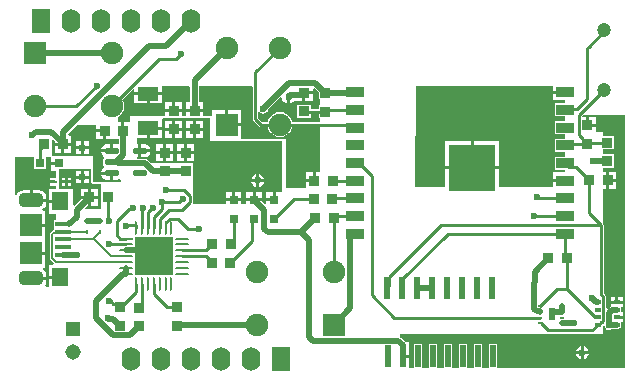
<source format=gtl>
G04*
G04 #@! TF.GenerationSoftware,Altium Limited,Altium Designer,20.2.4 (192)*
G04*
G04 Layer_Physical_Order=1*
G04 Layer_Color=255*
%FSLAX44Y44*%
%MOMM*%
G71*
G04*
G04 #@! TF.SameCoordinates,04E9AB2E-1989-4D7A-88AA-1D4CDCA67D46*
G04*
G04*
G04 #@! TF.FilePolarity,Positive*
G04*
G01*
G75*
%ADD10C,0.2000*%
%ADD16C,0.2540*%
%ADD19R,1.3500X0.4000*%
%ADD20R,1.4000X1.6000*%
%ADD21R,1.9000X1.9000*%
%ADD22R,0.5000X0.3500*%
G04:AMPARAMS|DCode=23|XSize=0.2425mm|YSize=1.1596mm|CornerRadius=0.1212mm|HoleSize=0mm|Usage=FLASHONLY|Rotation=0.000|XOffset=0mm|YOffset=0mm|HoleType=Round|Shape=RoundedRectangle|*
%AMROUNDEDRECTD23*
21,1,0.2425,0.9172,0,0,0.0*
21,1,0.0000,1.1596,0,0,0.0*
1,1,0.2425,0.0000,-0.4586*
1,1,0.2425,0.0000,-0.4586*
1,1,0.2425,0.0000,0.4586*
1,1,0.2425,0.0000,0.4586*
%
%ADD23ROUNDEDRECTD23*%
G04:AMPARAMS|DCode=24|XSize=1.1596mm|YSize=0.2425mm|CornerRadius=0.1212mm|HoleSize=0mm|Usage=FLASHONLY|Rotation=0.000|XOffset=0mm|YOffset=0mm|HoleType=Round|Shape=RoundedRectangle|*
%AMROUNDEDRECTD24*
21,1,1.1596,0.0000,0,0,0.0*
21,1,0.9172,0.2425,0,0,0.0*
1,1,0.2425,0.4586,0.0000*
1,1,0.2425,-0.4586,0.0000*
1,1,0.2425,-0.4586,0.0000*
1,1,0.2425,0.4586,0.0000*
%
%ADD24ROUNDEDRECTD24*%
%ADD25R,1.1596X0.2425*%
G04:AMPARAMS|DCode=26|XSize=1.24mm|YSize=0.55mm|CornerRadius=0.1375mm|HoleSize=0mm|Usage=FLASHONLY|Rotation=0.000|XOffset=0mm|YOffset=0mm|HoleType=Round|Shape=RoundedRectangle|*
%AMROUNDEDRECTD26*
21,1,1.2400,0.2750,0,0,0.0*
21,1,0.9650,0.5500,0,0,0.0*
1,1,0.2750,0.4825,-0.1375*
1,1,0.2750,-0.4825,-0.1375*
1,1,0.2750,-0.4825,0.1375*
1,1,0.2750,0.4825,0.1375*
%
%ADD26ROUNDEDRECTD26*%
%ADD27R,0.5300X1.9800*%
%ADD28R,0.3500X0.2500*%
%ADD29R,0.5240X1.0000*%
%ADD30R,0.8700X0.9300*%
%ADD31R,0.9300X0.8700*%
%ADD32R,0.1750X0.3000*%
%ADD33R,0.3000X0.1750*%
%ADD34R,0.8000X0.8000*%
%ADD35R,0.5588X0.5842*%
%ADD36R,0.8000X0.8000*%
%ADD37R,0.9200X0.9700*%
%ADD38R,1.8200X1.1600*%
%ADD39R,0.9700X0.9200*%
%ADD44R,3.2500X3.2500*%
%ADD70R,1.4850X0.9000*%
%ADD71R,4.0000X4.0000*%
%ADD72C,0.5000*%
G04:AMPARAMS|DCode=73|XSize=2mm|YSize=1.2mm|CornerRadius=0.36mm|HoleSize=0mm|Usage=FLASHONLY|Rotation=0.000|XOffset=0mm|YOffset=0mm|HoleType=Round|Shape=RoundedRectangle|*
%AMROUNDEDRECTD73*
21,1,2.0000,0.4800,0,0,0.0*
21,1,1.2800,1.2000,0,0,0.0*
1,1,0.7200,0.6400,-0.2400*
1,1,0.7200,-0.6400,-0.2400*
1,1,0.7200,-0.6400,0.2400*
1,1,0.7200,0.6400,0.2400*
%
%ADD73ROUNDEDRECTD73*%
%ADD74C,1.9000*%
%ADD75R,1.9000X1.9000*%
%ADD76C,1.2000*%
%ADD77R,1.6000X2.0000*%
%ADD78O,1.6000X2.0000*%
%ADD79C,1.3080*%
%ADD80R,1.3080X1.3080*%
%ADD81C,0.6000*%
G36*
X258510Y246655D02*
Y240702D01*
X259588D01*
Y235802D01*
X258510D01*
Y232767D01*
X251976D01*
Y236356D01*
X240276D01*
Y225156D01*
X251976D01*
Y228138D01*
X258510D01*
Y225102D01*
X259588D01*
Y221783D01*
X235986D01*
X235930Y222209D01*
X234872Y224764D01*
X233188Y226957D01*
X230995Y228640D01*
X228441Y229698D01*
X225700Y230059D01*
X222959Y229698D01*
X220404Y228640D01*
X218211Y226957D01*
X216528Y224764D01*
X215470Y222209D01*
X215414Y221783D01*
X210751D01*
X207292Y225241D01*
Y229663D01*
X208563Y230048D01*
X208711Y229826D01*
X210034Y228942D01*
X211595Y228631D01*
X213155Y228942D01*
X214478Y229826D01*
X215362Y231149D01*
X215432Y231501D01*
X226284Y242352D01*
X227652Y241924D01*
X227953Y240408D01*
X229178Y238576D01*
X231010Y237351D01*
X231902Y237174D01*
Y242570D01*
X234442D01*
Y237174D01*
X235334Y237351D01*
X237166Y238576D01*
X237489Y239060D01*
X238736Y239116D01*
Y239116D01*
X244856D01*
Y246256D01*
X246126D01*
Y247526D01*
X253516D01*
Y249853D01*
X254786Y250379D01*
X258510Y246655D01*
D02*
G37*
G36*
X202663Y251370D02*
Y224282D01*
X202840Y223396D01*
X203341Y222645D01*
X208155Y217832D01*
X208906Y217330D01*
X209792Y217154D01*
X215414D01*
X215470Y216727D01*
X216528Y214173D01*
X218211Y211980D01*
X220404Y210296D01*
X222959Y209238D01*
X225700Y208878D01*
X228441Y209238D01*
X230995Y210296D01*
X233188Y211980D01*
X234872Y214173D01*
X235930Y216727D01*
X235986Y217154D01*
X259588D01*
X259588Y178894D01*
X256106D01*
Y171704D01*
X254836D01*
Y170434D01*
X247946D01*
Y166116D01*
X230632Y166116D01*
Y207010D01*
X193837D01*
X192740Y207428D01*
X192740Y208280D01*
Y218198D01*
X180700D01*
Y219468D01*
X179430D01*
Y231508D01*
X168660D01*
Y227775D01*
X167390Y226822D01*
X161060D01*
Y229746D01*
X153670D01*
X146280D01*
Y226822D01*
X143280D01*
Y229746D01*
X135890D01*
X128500D01*
Y226822D01*
X100330Y226822D01*
X99568Y226822D01*
X99060Y227330D01*
X99060Y221766D01*
X94110D01*
Y214376D01*
X91570D01*
Y221766D01*
X88646D01*
Y225669D01*
X90788Y227313D01*
X92472Y229507D01*
X93530Y232061D01*
X93890Y234802D01*
X93530Y237543D01*
X92472Y240098D01*
X92210Y240439D01*
X101487Y249716D01*
X102660Y249230D01*
Y246906D01*
X114300D01*
X125940D01*
Y252152D01*
X149203Y252188D01*
X150101Y251290D01*
Y238156D01*
X146280D01*
Y232286D01*
X153670D01*
X161060D01*
Y238156D01*
X157239D01*
Y252200D01*
X201765Y252267D01*
X202663Y251370D01*
D02*
G37*
G36*
X70200Y219456D02*
Y215646D01*
X77340D01*
Y214376D01*
X78610D01*
Y206986D01*
X84480D01*
Y207010D01*
X89271Y207010D01*
Y203366D01*
X88290Y202560D01*
X88225Y202573D01*
X84670D01*
Y197206D01*
X83400D01*
Y195936D01*
X74583D01*
Y195831D01*
X74887Y194304D01*
X75752Y193009D01*
X76822Y192294D01*
X77000Y191370D01*
X76969Y190864D01*
X76863Y190793D01*
X76338Y190008D01*
X76153Y189081D01*
Y186331D01*
X76338Y185404D01*
X76863Y184619D01*
X76969Y184548D01*
X77000Y184042D01*
X76822Y183118D01*
X75752Y182403D01*
X74887Y181108D01*
X74583Y179581D01*
Y179476D01*
X83400D01*
Y178206D01*
X84670D01*
Y172839D01*
X88225D01*
X89662Y173125D01*
X89948Y173110D01*
X90932Y172584D01*
Y170434D01*
X67310D01*
Y193040D01*
X32766D01*
Y206281D01*
X33939Y206767D01*
X35200Y205506D01*
Y203962D01*
X48980D01*
Y209882D01*
X46838D01*
X46312Y211152D01*
X54616Y219456D01*
X70200Y219456D01*
D02*
G37*
G36*
X32194Y187960D02*
X38734D01*
Y185420D01*
X32194D01*
Y180150D01*
X35814D01*
Y174357D01*
X31471D01*
Y172212D01*
X35511D01*
Y169672D01*
X31471D01*
Y167527D01*
X35814D01*
Y164906D01*
X30200D01*
Y155636D01*
X39740D01*
Y153096D01*
X30200D01*
Y143826D01*
X35814D01*
Y138366D01*
X34240D01*
Y132366D01*
X34240D01*
Y131866D01*
X34240D01*
Y129871D01*
X33631Y129750D01*
X32970Y129308D01*
X32970Y129308D01*
X31798Y128136D01*
X31356Y127475D01*
X31201Y126694D01*
Y106206D01*
X31356Y105425D01*
X31798Y104764D01*
X34386Y102176D01*
X33860Y100906D01*
X30200D01*
Y91636D01*
X39740D01*
Y89096D01*
X30200D01*
Y82296D01*
X27431D01*
X26753Y83566D01*
X27424Y84570D01*
X27900Y86966D01*
Y88096D01*
X15240D01*
Y90636D01*
X27900D01*
Y91766D01*
X27424Y94162D01*
X26067Y96193D01*
X24775Y97056D01*
X25160Y98326D01*
X27280D01*
Y109096D01*
X15240D01*
Y111636D01*
X27280D01*
Y122326D01*
Y133096D01*
X15240D01*
Y135636D01*
X27280D01*
Y146406D01*
X25160D01*
X24775Y147676D01*
X26067Y148539D01*
X27424Y150570D01*
X27900Y152966D01*
Y154096D01*
X15240D01*
Y155366D01*
X13970D01*
Y164026D01*
X8840D01*
X6444Y163550D01*
X4413Y162193D01*
X3056Y160162D01*
X2996Y159860D01*
X1726Y159986D01*
X1778Y192024D01*
X16602D01*
X17734Y191690D01*
Y181690D01*
X27734D01*
Y191690D01*
X28866Y192024D01*
X32194D01*
Y187960D01*
D02*
G37*
G36*
X457420Y252476D02*
Y248136D01*
X467385D01*
Y245596D01*
X457420D01*
Y239826D01*
X466852D01*
Y237366D01*
X458960D01*
Y226366D01*
X466852D01*
Y222366D01*
X458960D01*
Y211366D01*
X466852D01*
Y207366D01*
X458960D01*
Y196366D01*
X466852D01*
Y192366D01*
X458960D01*
Y181366D01*
X466852D01*
Y178906D01*
X457420D01*
Y173136D01*
X467385D01*
Y170596D01*
X457420D01*
Y166624D01*
X411000D01*
Y181596D01*
X365920D01*
Y166624D01*
X341165D01*
X340269Y167524D01*
X340716Y252476D01*
X457420Y252476D01*
D02*
G37*
G36*
X166878Y205232D02*
X227584Y205232D01*
X227584Y163612D01*
X227520Y162368D01*
X222250D01*
Y155828D01*
X220980D01*
Y154558D01*
X214440D01*
Y151892D01*
X212945D01*
X210502Y154335D01*
Y154558D01*
X203962D01*
X197422D01*
Y151892D01*
X193230D01*
Y154558D01*
X186690D01*
X180150D01*
Y151892D01*
X152146D01*
X152146Y186944D01*
X116553D01*
X114029Y189467D01*
X112872Y190241D01*
X111506Y190513D01*
X104394D01*
Y191839D01*
X105830D01*
Y197206D01*
Y202573D01*
X104394D01*
Y207796D01*
X113030D01*
Y216136D01*
X114300D01*
Y217406D01*
X125940D01*
Y224476D01*
X126870Y225298D01*
X166878D01*
X166878Y205232D01*
D02*
G37*
G36*
X66228Y181864D02*
Y170434D01*
X66545Y169669D01*
X67310Y169352D01*
X74168D01*
X74168Y147574D01*
X60882Y147574D01*
X60396Y148747D01*
X62447Y150798D01*
X63320D01*
Y156718D01*
X57700D01*
Y156145D01*
X52070Y150515D01*
X50800Y151041D01*
X50800Y165100D01*
X39116Y165100D01*
X39116Y181690D01*
X43734D01*
Y181864D01*
X66228Y181864D01*
D02*
G37*
G36*
X517652Y13462D02*
X409796D01*
Y34014D01*
X402496D01*
Y13462D01*
X397096D01*
Y34014D01*
X389796D01*
Y13462D01*
X384396D01*
Y34014D01*
X377096D01*
Y13462D01*
X371696D01*
Y34014D01*
X364396D01*
Y13462D01*
X358996D01*
Y34014D01*
X351696D01*
Y13462D01*
X346296D01*
Y34014D01*
X338996D01*
Y13462D01*
X335136D01*
Y21844D01*
X329946D01*
Y24384D01*
X335136D01*
Y35554D01*
X332174D01*
X328690Y39037D01*
X327533Y39811D01*
X327406Y39836D01*
Y42164D01*
X499496Y42164D01*
X499505Y48597D01*
X500775Y48721D01*
X500930Y47940D01*
X501814Y46617D01*
X503137Y45733D01*
X504698Y45423D01*
X506259Y45733D01*
X506557Y45932D01*
X510735D01*
X512101Y46204D01*
X513196Y46936D01*
X514420D01*
Y49341D01*
X514489Y49686D01*
X514420Y50031D01*
Y51896D01*
X515960D01*
Y54916D01*
X510920D01*
Y57456D01*
X515960D01*
Y60476D01*
X514420D01*
Y62341D01*
X514489Y62686D01*
X514420Y63031D01*
Y64896D01*
X515960D01*
Y67916D01*
X510920D01*
X505880D01*
Y65887D01*
X504866Y65209D01*
X503274Y63618D01*
X502005Y64145D01*
Y73670D01*
X501828Y74556D01*
X501327Y75307D01*
X499957Y76677D01*
Y134413D01*
X499780Y135299D01*
X499624Y135534D01*
X499664Y165022D01*
X502084D01*
Y172212D01*
Y179402D01*
X500583D01*
X499685Y180301D01*
X499689Y182992D01*
X508770D01*
Y194192D01*
X500603D01*
X499705Y195091D01*
X499710Y198492D01*
X508770D01*
Y209692D01*
X500624D01*
X499727Y210591D01*
X499730Y213106D01*
X493092Y213106D01*
Y217604D01*
X485902D01*
Y218874D01*
X484632D01*
Y225764D01*
X482293D01*
X481833Y226873D01*
X482622Y227838D01*
X517652Y227838D01*
X517652Y13462D01*
D02*
G37*
%LPC*%
G36*
X253516Y244986D02*
X247396D01*
Y239116D01*
X253516D01*
Y244986D01*
D02*
G37*
G36*
X125940Y244366D02*
X115570D01*
Y237296D01*
X125940D01*
Y244366D01*
D02*
G37*
G36*
X113030D02*
X102660D01*
Y237296D01*
X113030D01*
Y244366D01*
D02*
G37*
G36*
X143280Y238156D02*
X137160D01*
Y232286D01*
X143280D01*
Y238156D01*
D02*
G37*
G36*
X134620D02*
X128500D01*
Y232286D01*
X134620D01*
Y238156D01*
D02*
G37*
G36*
X192740Y231508D02*
X181970D01*
Y220738D01*
X192740D01*
Y231508D01*
D02*
G37*
G36*
X253566Y178894D02*
X247946D01*
Y172974D01*
X253566D01*
Y178894D01*
D02*
G37*
G36*
X76070Y213106D02*
X70200D01*
Y206986D01*
X76070D01*
Y213106D01*
D02*
G37*
G36*
X63754Y205359D02*
X59690D01*
Y201168D01*
X63754D01*
Y205359D01*
D02*
G37*
G36*
X57150D02*
X53086D01*
Y201168D01*
X57150D01*
Y205359D01*
D02*
G37*
G36*
X82130Y202573D02*
X78575D01*
X77047Y202269D01*
X75752Y201404D01*
X74887Y200109D01*
X74583Y198581D01*
Y198476D01*
X82130D01*
Y202573D01*
D02*
G37*
G36*
X48980Y201422D02*
X43360D01*
Y195502D01*
X48980D01*
Y201422D01*
D02*
G37*
G36*
X40820D02*
X35200D01*
Y195502D01*
X40820D01*
Y201422D01*
D02*
G37*
G36*
X63754Y198628D02*
X59690D01*
Y194437D01*
X63754D01*
Y198628D01*
D02*
G37*
G36*
X57150D02*
X53086D01*
Y194437D01*
X57150D01*
Y198628D01*
D02*
G37*
G36*
X82130Y176936D02*
X74583D01*
Y176831D01*
X74887Y175303D01*
X75752Y174008D01*
X77047Y173143D01*
X78575Y172839D01*
X82130D01*
Y176936D01*
D02*
G37*
G36*
X21640Y164026D02*
X16510D01*
Y156636D01*
X27900D01*
Y157766D01*
X27424Y160162D01*
X26067Y162193D01*
X24036Y163550D01*
X21640Y164026D01*
D02*
G37*
G36*
X411000Y205406D02*
X389730D01*
Y184136D01*
X411000D01*
Y205406D01*
D02*
G37*
G36*
X387190D02*
X365920D01*
Y184136D01*
X387190D01*
Y205406D01*
D02*
G37*
G36*
X161060Y222656D02*
X154940D01*
Y216786D01*
X161060D01*
Y222656D01*
D02*
G37*
G36*
X143280D02*
X137160D01*
Y216786D01*
X143280D01*
Y222656D01*
D02*
G37*
G36*
X152400D02*
X146280D01*
Y216786D01*
X152400D01*
Y222656D01*
D02*
G37*
G36*
X134620D02*
X128500D01*
Y216786D01*
X134620D01*
Y222656D01*
D02*
G37*
G36*
X161060Y214246D02*
X154940D01*
Y208376D01*
X161060D01*
Y214246D01*
D02*
G37*
G36*
X152400D02*
X146280D01*
Y208376D01*
X152400D01*
Y214246D01*
D02*
G37*
G36*
X143280D02*
X137160D01*
Y208376D01*
X143280D01*
Y214246D01*
D02*
G37*
G36*
X134620D02*
X128500D01*
Y208376D01*
X134620D01*
Y214246D01*
D02*
G37*
G36*
X125940Y214866D02*
X115570D01*
Y207796D01*
X125940D01*
Y214866D01*
D02*
G37*
G36*
X111925Y202573D02*
X108370D01*
Y198476D01*
X115917D01*
Y198581D01*
X115613Y200109D01*
X114748Y201404D01*
X113453Y202269D01*
X111925Y202573D01*
D02*
G37*
G36*
X153440Y202596D02*
X147320D01*
Y196726D01*
X153440D01*
Y202596D01*
D02*
G37*
G36*
X135660D02*
X129540D01*
Y196726D01*
X135660D01*
Y202596D01*
D02*
G37*
G36*
X144780D02*
X138660D01*
Y196726D01*
X144780D01*
Y202596D01*
D02*
G37*
G36*
X127000D02*
X120880D01*
Y196726D01*
X127000D01*
Y202596D01*
D02*
G37*
G36*
X115917Y195936D02*
X108370D01*
Y191839D01*
X111925D01*
X113453Y192143D01*
X114748Y193009D01*
X115613Y194304D01*
X115917Y195831D01*
Y195936D01*
D02*
G37*
G36*
X153440Y194186D02*
X147320D01*
Y188316D01*
X153440D01*
Y194186D01*
D02*
G37*
G36*
X144780D02*
X138660D01*
Y188316D01*
X144780D01*
Y194186D01*
D02*
G37*
G36*
X135660D02*
X129540D01*
Y188316D01*
X135660D01*
Y194186D01*
D02*
G37*
G36*
X127000D02*
X120880D01*
Y188316D01*
X127000D01*
Y194186D01*
D02*
G37*
G36*
X208280Y177608D02*
Y173482D01*
X212406D01*
X212229Y174374D01*
X211004Y176206D01*
X209172Y177431D01*
X208280Y177608D01*
D02*
G37*
G36*
X205740D02*
X204848Y177431D01*
X203016Y176206D01*
X201791Y174374D01*
X201614Y173482D01*
X205740D01*
Y177608D01*
D02*
G37*
G36*
X212406Y170942D02*
X208280D01*
Y166816D01*
X209172Y166993D01*
X211004Y168218D01*
X212229Y170050D01*
X212406Y170942D01*
D02*
G37*
G36*
X205740D02*
X201614D01*
X201791Y170050D01*
X203016Y168218D01*
X204848Y166993D01*
X205740Y166816D01*
Y170942D01*
D02*
G37*
G36*
X210502Y162368D02*
X205232D01*
Y157098D01*
X210502D01*
Y162368D01*
D02*
G37*
G36*
X193230D02*
X187960D01*
Y157098D01*
X193230D01*
Y162368D01*
D02*
G37*
G36*
X219710D02*
X214440D01*
Y157098D01*
X219710D01*
Y162368D01*
D02*
G37*
G36*
X202692D02*
X197422D01*
Y157098D01*
X202692D01*
Y162368D01*
D02*
G37*
G36*
X185420D02*
X180150D01*
Y157098D01*
X185420D01*
Y162368D01*
D02*
G37*
G36*
X63754Y180467D02*
X59690D01*
Y176276D01*
X63754D01*
Y180467D01*
D02*
G37*
G36*
X57150D02*
X53086D01*
Y176276D01*
X57150D01*
Y180467D01*
D02*
G37*
G36*
X49301Y174357D02*
X46531D01*
Y172212D01*
X49301D01*
Y174357D01*
D02*
G37*
G36*
X43991D02*
X41221D01*
Y172212D01*
X43991D01*
Y174357D01*
D02*
G37*
G36*
X63754Y173736D02*
X59690D01*
Y169545D01*
X63754D01*
Y173736D01*
D02*
G37*
G36*
X57150D02*
X53086D01*
Y169545D01*
X57150D01*
Y173736D01*
D02*
G37*
G36*
X49301Y169672D02*
X46531D01*
Y167527D01*
X49301D01*
Y169672D01*
D02*
G37*
G36*
X43991D02*
X41221D01*
Y167527D01*
X43991D01*
Y169672D01*
D02*
G37*
G36*
X71480Y165178D02*
X65860D01*
Y159258D01*
X71480D01*
Y165178D01*
D02*
G37*
G36*
X63320D02*
X57700D01*
Y159258D01*
X63320D01*
Y165178D01*
D02*
G37*
G36*
X71480Y156718D02*
X65860D01*
Y150798D01*
X71480D01*
Y156718D01*
D02*
G37*
G36*
X493092Y225764D02*
X487172D01*
Y220144D01*
X493092D01*
Y225764D01*
D02*
G37*
G36*
X510244Y179402D02*
X504624D01*
Y173482D01*
X510244D01*
Y179402D01*
D02*
G37*
G36*
Y170942D02*
X504624D01*
Y165022D01*
X510244D01*
Y170942D01*
D02*
G37*
G36*
X515960Y73476D02*
X512190D01*
Y70456D01*
X515960D01*
Y73476D01*
D02*
G37*
G36*
X509650D02*
X505880D01*
Y70456D01*
X509650D01*
Y73476D01*
D02*
G37*
G36*
X483108Y31812D02*
Y27686D01*
X487234D01*
X487057Y28578D01*
X485832Y30410D01*
X484000Y31635D01*
X483108Y31812D01*
D02*
G37*
G36*
X480568D02*
X479676Y31635D01*
X477844Y30410D01*
X476619Y28578D01*
X476442Y27686D01*
X480568D01*
Y31812D01*
D02*
G37*
G36*
X487234Y25146D02*
X483108D01*
Y21020D01*
X484000Y21197D01*
X485832Y22422D01*
X487057Y24254D01*
X487234Y25146D01*
D02*
G37*
G36*
X480568D02*
X476442D01*
X476619Y24254D01*
X477844Y22422D01*
X479676Y21197D01*
X480568Y21020D01*
Y25146D01*
D02*
G37*
%LPD*%
D10*
X33240Y106206D02*
X36576Y102870D01*
X40990Y127866D02*
X41990Y128866D01*
X33240Y126694D02*
X34412Y127866D01*
X40990D01*
X33240Y106206D02*
Y126694D01*
X82818Y107936D02*
X95250D01*
X68388Y122366D02*
X82818Y107936D01*
X67975Y122366D02*
X68388D01*
X95184Y102870D02*
X95250Y102936D01*
X36576Y102870D02*
X95184D01*
X41990Y128866D02*
X42210Y128646D01*
X62105D01*
X62230Y128426D01*
X73660Y128051D02*
Y128426D01*
X67975Y122366D02*
X73660Y128051D01*
X41990Y122366D02*
X67975D01*
D16*
X53192Y234802D02*
X70612Y252222D01*
X18300Y234802D02*
X53192D01*
X204978Y224282D02*
Y263746D01*
X225700Y284468D01*
X204978Y224282D02*
X209792Y219468D01*
X225700D01*
X81445Y69939D02*
X82381D01*
X90678Y64696D02*
X90978D01*
X84544Y67776D02*
X87598D01*
X90678Y64696D01*
X82381Y69939D02*
X84544Y67776D01*
X137922Y275082D02*
X141954Y279114D01*
X123580Y275082D02*
X137922D01*
X83300Y234802D02*
X123580Y275082D01*
X80190Y139012D02*
Y157988D01*
Y139012D02*
X81116Y138086D01*
X81026Y118364D02*
X81454Y117936D01*
X95250D01*
X286933Y219468D02*
X289535Y216866D01*
X225700Y219468D02*
X286933D01*
X246126Y230756D02*
X246430Y230452D01*
X264160D01*
X271260Y94890D02*
Y139892D01*
X292460Y186866D02*
X303784Y175542D01*
Y74930D02*
Y175542D01*
Y74930D02*
X322674Y56040D01*
X490446Y45212D02*
X493690Y48456D01*
X452566Y45212D02*
X490446D01*
X446758Y51020D02*
X452566Y45212D01*
X493690Y48456D02*
Y49206D01*
X494170Y49686D01*
X494920D01*
X499690Y53495D02*
Y73670D01*
X498157Y51962D02*
X499690Y53495D01*
X497642Y75718D02*
X499690Y73670D01*
X495670Y49686D02*
X497946Y51962D01*
X498157D01*
X468793Y203274D02*
X485902D01*
X497412Y134644D02*
X497642Y134413D01*
Y75718D02*
Y134413D01*
X487426Y144630D02*
X497412Y134644D01*
X361974D02*
X497412D01*
X478982Y210707D02*
Y227522D01*
X482522Y206354D02*
X484784Y204092D01*
X478982Y210707D02*
X482522Y207167D01*
X484784Y204092D02*
X485597D01*
X482522Y206354D02*
Y207167D01*
X486720Y204092D02*
X502920D01*
X478982Y227522D02*
X500126Y248666D01*
X485902Y203274D02*
X486720Y204092D01*
X443484Y157734D02*
X444352Y156866D01*
X467385D01*
X104012Y131699D02*
Y134107D01*
X103955Y134164D02*
X104012Y134107D01*
X95553Y134164D02*
X103955D01*
X95163Y133774D02*
X95553Y134164D01*
X126149Y154257D02*
X140317D01*
X142524Y156464D01*
X143460D01*
X129242Y164127D02*
X144483D01*
X149606Y153670D02*
Y159004D01*
X144483Y164127D02*
X149606Y159004D01*
X143192Y147256D02*
X149606Y153670D01*
X132016Y147256D02*
X143192D01*
X126238Y148336D02*
Y153670D01*
X119013Y141111D02*
X126238Y148336D01*
X124012Y139253D02*
X132016Y147256D01*
X117920Y148908D02*
X118364D01*
X109908Y148596D02*
Y148940D01*
X109012Y147700D02*
X109908Y148596D01*
X109012Y131699D02*
Y147700D01*
X114012Y145000D02*
X117920Y148908D01*
X440944Y142240D02*
X441318Y141866D01*
X467385D01*
X318118Y90788D02*
X361974Y134644D01*
X487426Y144630D02*
Y171884D01*
X316738Y81254D02*
X318118Y82634D01*
Y90788D01*
X329438Y88504D02*
X367800Y126866D01*
X329438Y81254D02*
Y88504D01*
X367800Y126866D02*
X467385D01*
X322674Y56040D02*
X446278D01*
Y66040D02*
X460830Y80592D01*
X468810D01*
X100535Y149098D02*
X101471D01*
X98371Y147647D02*
X99084D01*
X100535Y149098D01*
X114012Y131699D02*
Y145000D01*
X88182Y125534D02*
Y137458D01*
Y125534D02*
X90779Y122936D01*
X88182Y137458D02*
X98371Y147647D01*
X132570Y139767D02*
X139673D01*
X130530Y137686D02*
Y137727D01*
X132570Y139767D01*
X139673D02*
X148375Y131064D01*
X129070Y136227D02*
X130530Y137686D01*
X119013Y131699D02*
Y141111D01*
X124012Y131699D02*
Y139253D01*
X148375Y131064D02*
X156972D01*
X90779Y122936D02*
X95250D01*
X468810Y80592D02*
Y106680D01*
X289535Y186866D02*
X292460D01*
X485648Y241046D02*
Y284008D01*
X467385Y231866D02*
X468049Y232530D01*
X477132D01*
X485648Y241046D01*
X500126Y298450D02*
Y299466D01*
X487172Y285496D02*
X500126Y298450D01*
X487136Y285496D02*
X487172D01*
X485648Y284008D02*
X487136Y285496D01*
X22734Y186690D02*
Y198636D01*
X26490Y202392D01*
Y202692D01*
X187202Y105742D02*
X202438Y120978D01*
Y138304D02*
X202872Y138738D01*
X202438Y120978D02*
Y138304D01*
X183822Y102362D02*
Y102662D01*
X186902Y105742D01*
X187202D01*
X186690Y121232D02*
Y139828D01*
X184076Y118618D02*
X186690Y121232D01*
X142775Y107936D02*
X162948D01*
X168222Y102662D01*
Y102362D02*
Y102662D01*
X142775Y112936D02*
X163094D01*
X168476Y118318D01*
Y118618D01*
X494440Y56666D02*
X494920Y56186D01*
X492736Y56666D02*
X494440D01*
X468810Y80592D02*
X492736Y56666D01*
X487426Y171884D02*
X487754Y172212D01*
Y172512D01*
X476630Y183636D02*
X487754Y172512D01*
X470615Y183636D02*
X476630D01*
X467385Y186866D02*
X470615Y183636D01*
X467385Y201866D02*
X468793Y203274D01*
X467385Y108105D02*
Y126866D01*
Y108105D02*
X468810Y106680D01*
X119013Y84174D02*
X119070Y84116D01*
Y76256D02*
Y84116D01*
X130630Y64696D02*
X138684D01*
X119070Y76256D02*
X130630Y64696D01*
X90978D02*
X103955Y77673D01*
Y84116D01*
X104012Y84174D01*
X106426Y64442D02*
X109012Y67028D01*
Y84174D01*
X271198Y139954D02*
X271260Y139892D01*
X220980Y139828D02*
X237616Y156464D01*
X254328D01*
X265574Y231866D02*
X289535D01*
X264160Y230452D02*
X265574Y231866D01*
X273110Y141866D02*
X289535D01*
X271198Y139954D02*
X273110Y141866D01*
X270330Y156866D02*
X289535D01*
X269928Y156464D02*
X270330Y156866D01*
X270598Y171866D02*
X289535D01*
X270436Y171704D02*
X270598Y171866D01*
D19*
X41990Y135366D02*
D03*
Y128866D02*
D03*
Y122366D02*
D03*
Y115866D02*
D03*
Y109366D02*
D03*
D20*
X39740Y154366D02*
D03*
Y90366D02*
D03*
D21*
X15240Y134366D02*
D03*
Y110366D02*
D03*
X180700Y219468D02*
D03*
D22*
X510920Y49686D02*
D03*
X494920D02*
D03*
Y69186D02*
D03*
X510920D02*
D03*
Y56186D02*
D03*
X494920D02*
D03*
X510920Y62686D02*
D03*
X494920D02*
D03*
D23*
X104012Y131699D02*
D03*
X109012D02*
D03*
X114012D02*
D03*
X119013D02*
D03*
X124012D02*
D03*
X129013D02*
D03*
X134012D02*
D03*
Y84174D02*
D03*
X129013D02*
D03*
X124012D02*
D03*
X119013D02*
D03*
X114012D02*
D03*
X109012D02*
D03*
X104012D02*
D03*
D24*
X142775Y122936D02*
D03*
Y117936D02*
D03*
Y112936D02*
D03*
Y107936D02*
D03*
Y102936D02*
D03*
Y97936D02*
D03*
Y92936D02*
D03*
X95250D02*
D03*
Y97936D02*
D03*
Y102936D02*
D03*
Y107936D02*
D03*
Y112936D02*
D03*
Y117936D02*
D03*
D25*
Y122936D02*
D03*
D26*
X83400Y197206D02*
D03*
Y187706D02*
D03*
Y178206D02*
D03*
X107100D02*
D03*
Y197206D02*
D03*
D27*
X317246Y23114D02*
D03*
X329946D02*
D03*
X342646D02*
D03*
X355346D02*
D03*
X368046D02*
D03*
X380746D02*
D03*
X393446D02*
D03*
X406146D02*
D03*
X316738Y81254D02*
D03*
X329438D02*
D03*
X342138D02*
D03*
X354838D02*
D03*
X367538D02*
D03*
X380238D02*
D03*
X392938D02*
D03*
X405638D02*
D03*
D28*
X446278Y66040D02*
D03*
Y61040D02*
D03*
Y56040D02*
D03*
Y51040D02*
D03*
X465066D02*
D03*
Y56040D02*
D03*
Y61040D02*
D03*
Y66040D02*
D03*
D29*
X455930Y58928D02*
D03*
D30*
X168222Y102362D02*
D03*
X183822D02*
D03*
X168476Y118618D02*
D03*
X184076D02*
D03*
X80190Y157988D02*
D03*
X64590D02*
D03*
X26490Y202692D02*
D03*
X42090D02*
D03*
X271198Y139954D02*
D03*
X255598D02*
D03*
X269928Y156464D02*
D03*
X254328D02*
D03*
X270436Y171704D02*
D03*
X254836D02*
D03*
X503354Y172212D02*
D03*
X487754D02*
D03*
X453210Y106680D02*
D03*
X468810D02*
D03*
D31*
X106426Y48842D02*
D03*
Y64442D02*
D03*
X90678Y49096D02*
D03*
Y64696D02*
D03*
X138684D02*
D03*
Y49096D02*
D03*
X485902Y203274D02*
D03*
Y218874D02*
D03*
X264160Y230452D02*
D03*
Y246052D02*
D03*
D32*
X73660Y128426D02*
D03*
Y138176D02*
D03*
X62230Y128426D02*
D03*
Y138176D02*
D03*
D33*
X45261Y170942D02*
D03*
X35511D02*
D03*
D34*
X203962Y155828D02*
D03*
Y139828D02*
D03*
X186690Y155828D02*
D03*
Y139828D02*
D03*
X220980Y155828D02*
D03*
Y139828D02*
D03*
D35*
X58420Y199898D02*
D03*
Y175006D02*
D03*
D36*
X22734Y186690D02*
D03*
X38734D02*
D03*
D37*
X92840Y214376D02*
D03*
X77340D02*
D03*
D38*
X114300Y216136D02*
D03*
Y245636D02*
D03*
D39*
X135890Y231016D02*
D03*
Y215516D02*
D03*
X153670Y231016D02*
D03*
Y215516D02*
D03*
X146050Y179956D02*
D03*
Y195456D02*
D03*
X128270Y179956D02*
D03*
Y195456D02*
D03*
X502920Y188592D02*
D03*
Y204092D02*
D03*
X246126Y246256D02*
D03*
Y230756D02*
D03*
D44*
X119013Y107936D02*
D03*
D70*
X289535Y246866D02*
D03*
Y231866D02*
D03*
Y216866D02*
D03*
Y201866D02*
D03*
Y186866D02*
D03*
Y171866D02*
D03*
Y156866D02*
D03*
Y141866D02*
D03*
Y126866D02*
D03*
X467385D02*
D03*
Y141866D02*
D03*
Y156866D02*
D03*
Y171866D02*
D03*
Y186866D02*
D03*
Y201866D02*
D03*
Y216866D02*
D03*
Y231866D02*
D03*
Y246866D02*
D03*
D71*
X388460Y182866D02*
D03*
D72*
X42026Y204542D02*
Y213476D01*
Y202756D02*
Y204542D01*
Y213476D02*
X114808Y286258D01*
X129286D02*
X150114Y307086D01*
X114808Y286258D02*
X129286D01*
X42026Y202756D02*
X42090Y202692D01*
X53594Y141478D02*
Y146992D01*
X47482Y135366D02*
X53594Y141478D01*
X233172Y242570D02*
X234758Y244156D01*
X244026D01*
X246126Y246256D01*
X153670Y231016D02*
Y257438D01*
X180700Y284468D01*
X18300Y279802D02*
X83300D01*
X211595Y232710D02*
X233241Y254356D01*
X255856D01*
X95250Y112936D02*
X114012D01*
X119013Y107936D01*
X19304Y213360D02*
X32393D01*
X40240Y205513D01*
Y204542D02*
X42090Y202692D01*
X40240Y204542D02*
Y205513D01*
X16256Y210312D02*
X19304Y213360D01*
X42136Y109220D02*
X54356D01*
X41990Y109366D02*
X42136Y109220D01*
X70104Y62713D02*
Y69801D01*
Y55626D02*
Y62713D01*
X67945Y138176D02*
X73660D01*
X62230D02*
X67945D01*
X255856Y254356D02*
X262010Y248202D01*
X263860Y246052D02*
X264160D01*
X262010Y247902D02*
X263860Y246052D01*
X262010Y247902D02*
Y248202D01*
X271260Y49890D02*
X285496Y64126D01*
Y124866D01*
X287496Y126866D02*
X289535D01*
X285496Y124866D02*
X287496Y126866D01*
X253430Y36514D02*
X326167D01*
X250501Y39443D02*
X253430Y36514D01*
X250501Y39443D02*
Y121684D01*
X243914Y128270D02*
X250501Y121684D01*
X243914Y128270D02*
Y128270D01*
X215462D02*
X243914D01*
X326167Y36514D02*
X329796Y32885D01*
Y23264D02*
Y32885D01*
Y23264D02*
X329946Y23114D01*
X243914Y128270D02*
X255598Y139954D01*
X474712Y51040D02*
X474980Y51308D01*
X465066Y51040D02*
X474712D01*
X441028Y63340D02*
Y85428D01*
X504698Y49501D02*
Y59995D01*
Y49501D02*
X510735D01*
X507389Y62686D02*
X510920D01*
X504698Y59995D02*
X507389Y62686D01*
X111506Y186944D02*
X118494Y179956D01*
X86600Y187456D02*
X88259D01*
X88771Y186944D01*
X111506D01*
X86350Y187706D02*
X86600Y187456D01*
X83400Y187706D02*
X86350D01*
X118494Y179956D02*
X146050D01*
X90378Y49096D02*
X90678D01*
X84293Y55181D02*
X90378Y49096D01*
X80455Y55181D02*
X84293D01*
X80264Y55372D02*
X80455Y55181D01*
X138684Y49096D02*
X139081Y49493D01*
X205863D01*
X206260Y49890D01*
X93239Y92936D02*
X95250D01*
X70104Y69801D02*
X93239Y92936D01*
X70104Y55626D02*
X84484Y41246D01*
X98530D01*
X106126Y48842D02*
X106426D01*
X98530Y41246D02*
X106126Y48842D01*
X95250Y92936D02*
Y97936D01*
X264160Y246052D02*
X264567Y246459D01*
X289128D01*
X289535Y246866D01*
X212533Y131199D02*
Y147257D01*
Y131199D02*
X215462Y128270D01*
X203962Y155828D02*
X212533Y147257D01*
X493695Y69186D02*
X494920D01*
X489983Y72898D02*
X493695Y69186D01*
X489712Y72898D02*
X489983D01*
X456050Y61040D02*
X465066D01*
X455930Y60920D02*
X456050Y61040D01*
X455930Y58928D02*
Y60920D01*
X465066Y61040D02*
Y66040D01*
X348488Y81254D02*
X354838D01*
X342138D02*
X348488D01*
X491360Y188592D02*
X502920D01*
X491236Y188468D02*
X491360Y188592D01*
X510735Y49501D02*
X510920Y49686D01*
X453210Y106380D02*
Y106680D01*
X441452Y94622D02*
X453210Y106380D01*
X441452Y85852D02*
Y94622D01*
X441028Y63340D02*
X443098Y61270D01*
X446048D02*
X446278Y61040D01*
X443098Y61270D02*
X446048D01*
X441028Y85428D02*
X441452Y85852D01*
X53594Y146992D02*
X63320Y156718D01*
X86850Y187706D02*
X90100Y190956D01*
X90244D01*
X93100Y193812D01*
Y201766D01*
X92840Y202026D02*
X93100Y201766D01*
X92840Y202026D02*
Y214376D01*
D73*
X15240Y155366D02*
D03*
Y89366D02*
D03*
D74*
X271260Y94890D02*
D03*
X206260D02*
D03*
Y49890D02*
D03*
X18300Y234802D02*
D03*
X83300D02*
D03*
Y279802D02*
D03*
X225700Y219468D02*
D03*
Y284468D02*
D03*
X180700D02*
D03*
D75*
X271260Y49890D02*
D03*
X18300Y279802D02*
D03*
D76*
X500126Y248666D02*
D03*
Y299466D02*
D03*
D77*
X23114Y307086D02*
D03*
X226314Y20828D02*
D03*
D78*
X48514Y307086D02*
D03*
X73914D02*
D03*
X99314D02*
D03*
X124714D02*
D03*
X150114D02*
D03*
X200914Y20828D02*
D03*
X175514D02*
D03*
X150114D02*
D03*
X124714D02*
D03*
X99314D02*
D03*
D79*
X50800Y26482D02*
D03*
D80*
Y46482D02*
D03*
D81*
X70612Y252222D02*
D03*
X233172Y242570D02*
D03*
X211595Y232710D02*
D03*
X16256Y210312D02*
D03*
X54356Y109220D02*
D03*
X67945Y138176D02*
D03*
X81445Y69939D02*
D03*
X70104Y62713D02*
D03*
X141954Y279114D02*
D03*
X81116Y138086D02*
D03*
X81026Y118364D02*
D03*
X207010Y172212D02*
D03*
X481838Y26416D02*
D03*
X474980Y51308D02*
D03*
X504698Y49501D02*
D03*
X80264Y55372D02*
D03*
X489712Y72898D02*
D03*
X460558Y61040D02*
D03*
X348488Y81254D02*
D03*
X388460Y182866D02*
D03*
X491236Y188468D02*
D03*
X440944Y79756D02*
D03*
X112522Y102870D02*
D03*
X443484Y157734D02*
D03*
X126149Y154257D02*
D03*
X143460Y156464D02*
D03*
X129242Y164127D02*
D03*
X118364Y148908D02*
D03*
X109908Y148940D02*
D03*
X95163Y133774D02*
D03*
X440944Y142240D02*
D03*
X101471Y149098D02*
D03*
X156972Y131064D02*
D03*
M02*

</source>
